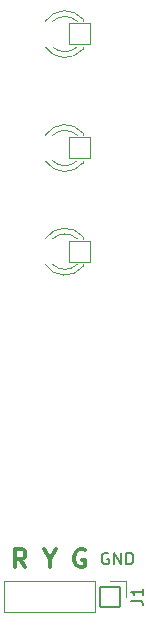
<source format=gto>
G04 #@! TF.GenerationSoftware,KiCad,Pcbnew,6.0.5-a6ca702e91~116~ubuntu20.04.1*
G04 #@! TF.CreationDate,2022-06-20T08:29:13+02:00*
G04 #@! TF.ProjectId,traffic_lights_vehicle,74726166-6669-4635-9f6c-69676874735f,1.0*
G04 #@! TF.SameCoordinates,Original*
G04 #@! TF.FileFunction,Legend,Top*
G04 #@! TF.FilePolarity,Positive*
%FSLAX46Y46*%
G04 Gerber Fmt 4.6, Leading zero omitted, Abs format (unit mm)*
G04 Created by KiCad (PCBNEW 6.0.5-a6ca702e91~116~ubuntu20.04.1) date 2022-06-20 08:29:13*
%MOMM*%
%LPD*%
G01*
G04 APERTURE LIST*
G04 Aperture macros list*
%AMRoundRect*
0 Rectangle with rounded corners*
0 $1 Rounding radius*
0 $2 $3 $4 $5 $6 $7 $8 $9 X,Y pos of 4 corners*
0 Add a 4 corners polygon primitive as box body*
4,1,4,$2,$3,$4,$5,$6,$7,$8,$9,$2,$3,0*
0 Add four circle primitives for the rounded corners*
1,1,$1+$1,$2,$3*
1,1,$1+$1,$4,$5*
1,1,$1+$1,$6,$7*
1,1,$1+$1,$8,$9*
0 Add four rect primitives between the rounded corners*
20,1,$1+$1,$2,$3,$4,$5,0*
20,1,$1+$1,$4,$5,$6,$7,0*
20,1,$1+$1,$6,$7,$8,$9,0*
20,1,$1+$1,$8,$9,$2,$3,0*%
G04 Aperture macros list end*
%ADD10C,0.200000*%
%ADD11C,0.300000*%
%ADD12C,0.150000*%
%ADD13C,0.120000*%
%ADD14RoundRect,0.051000X0.900000X0.900000X-0.900000X0.900000X-0.900000X-0.900000X0.900000X-0.900000X0*%
%ADD15C,1.902000*%
%ADD16RoundRect,0.051000X-0.850000X0.850000X-0.850000X-0.850000X0.850000X-0.850000X0.850000X0.850000X0*%
%ADD17O,1.802000X1.802000*%
%ADD18C,1.702000*%
%ADD19O,1.702000X1.702000*%
G04 APERTURE END LIST*
D10*
X114173095Y-94750000D02*
X114077857Y-94702380D01*
X113935000Y-94702380D01*
X113792142Y-94750000D01*
X113696904Y-94845238D01*
X113649285Y-94940476D01*
X113601666Y-95130952D01*
X113601666Y-95273809D01*
X113649285Y-95464285D01*
X113696904Y-95559523D01*
X113792142Y-95654761D01*
X113935000Y-95702380D01*
X114030238Y-95702380D01*
X114173095Y-95654761D01*
X114220714Y-95607142D01*
X114220714Y-95273809D01*
X114030238Y-95273809D01*
X114649285Y-95702380D02*
X114649285Y-94702380D01*
X115220714Y-95702380D01*
X115220714Y-94702380D01*
X115696904Y-95702380D02*
X115696904Y-94702380D01*
X115935000Y-94702380D01*
X116077857Y-94750000D01*
X116173095Y-94845238D01*
X116220714Y-94940476D01*
X116268333Y-95130952D01*
X116268333Y-95273809D01*
X116220714Y-95464285D01*
X116173095Y-95559523D01*
X116077857Y-95654761D01*
X115935000Y-95702380D01*
X115696904Y-95702380D01*
D11*
X107144285Y-95928571D02*
X106644285Y-95214285D01*
X106287142Y-95928571D02*
X106287142Y-94428571D01*
X106858571Y-94428571D01*
X107001428Y-94500000D01*
X107072857Y-94571428D01*
X107144285Y-94714285D01*
X107144285Y-94928571D01*
X107072857Y-95071428D01*
X107001428Y-95142857D01*
X106858571Y-95214285D01*
X106287142Y-95214285D01*
X112152857Y-94500000D02*
X112010000Y-94428571D01*
X111795714Y-94428571D01*
X111581428Y-94500000D01*
X111438571Y-94642857D01*
X111367142Y-94785714D01*
X111295714Y-95071428D01*
X111295714Y-95285714D01*
X111367142Y-95571428D01*
X111438571Y-95714285D01*
X111581428Y-95857142D01*
X111795714Y-95928571D01*
X111938571Y-95928571D01*
X112152857Y-95857142D01*
X112224285Y-95785714D01*
X112224285Y-95285714D01*
X111938571Y-95285714D01*
X109220000Y-95214285D02*
X109220000Y-95928571D01*
X108720000Y-94428571D02*
X109220000Y-95214285D01*
X109720000Y-94428571D01*
D12*
X116082380Y-98758333D02*
X116796666Y-98758333D01*
X116939523Y-98805952D01*
X117034761Y-98901190D01*
X117082380Y-99044047D01*
X117082380Y-99139285D01*
X117082380Y-97758333D02*
X117082380Y-98329761D01*
X117082380Y-98044047D02*
X116082380Y-98044047D01*
X116225238Y-98139285D01*
X116320476Y-98234523D01*
X116368095Y-98329761D01*
D13*
X112050000Y-52036000D02*
X112050000Y-51880000D01*
X112050000Y-49720000D02*
X112050000Y-49564000D01*
X109448870Y-51879837D02*
G75*
G03*
X111530961Y-51880000I1041130J1079837D01*
G01*
X111530961Y-49720000D02*
G75*
G03*
X109448870Y-49720163I-1040961J-1080000D01*
G01*
X108817665Y-51878608D02*
G75*
G03*
X112050000Y-52035516I1672335J1078608D01*
G01*
X112050000Y-49564484D02*
G75*
G03*
X108817665Y-49721392I-1560000J-1235516D01*
G01*
X112050000Y-59365000D02*
X112050000Y-59209000D01*
X112050000Y-61681000D02*
X112050000Y-61525000D01*
X112050000Y-59209484D02*
G75*
G03*
X108817665Y-59366392I-1560000J-1235516D01*
G01*
X111530961Y-59365000D02*
G75*
G03*
X109448870Y-59365163I-1040961J-1080000D01*
G01*
X108817665Y-61523608D02*
G75*
G03*
X112050000Y-61680516I1672335J1078608D01*
G01*
X109448870Y-61524837D02*
G75*
G03*
X111530961Y-61525000I1041130J1079837D01*
G01*
X112050000Y-68135000D02*
X112050000Y-67979000D01*
X112050000Y-70451000D02*
X112050000Y-70295000D01*
X108817665Y-70293608D02*
G75*
G03*
X112050000Y-70450516I1672335J1078608D01*
G01*
X112050000Y-67979484D02*
G75*
G03*
X108817665Y-68136392I-1560000J-1235516D01*
G01*
X111530961Y-68135000D02*
G75*
G03*
X109448870Y-68135163I-1040961J-1080000D01*
G01*
X109448870Y-70294837D02*
G75*
G03*
X111530961Y-70295000I1041130J1079837D01*
G01*
X115630000Y-97095000D02*
X115630000Y-98425000D01*
X114300000Y-97095000D02*
X115630000Y-97095000D01*
X105350000Y-97095000D02*
X105350000Y-99755000D01*
X113030000Y-99755000D02*
X105350000Y-99755000D01*
X113030000Y-97095000D02*
X105350000Y-97095000D01*
X113030000Y-97095000D02*
X113030000Y-99755000D01*
%LPC*%
D14*
X111760000Y-50800000D03*
D15*
X109220000Y-50800000D03*
D14*
X111760000Y-60445000D03*
D15*
X109220000Y-60445000D03*
D14*
X111760000Y-69215000D03*
D15*
X109220000Y-69215000D03*
D16*
X114300000Y-98425000D03*
D17*
X111760000Y-98425000D03*
X109220000Y-98425000D03*
X106680000Y-98425000D03*
D18*
X114300000Y-54610000D03*
D19*
X106680000Y-54610000D03*
D18*
X106680000Y-64135000D03*
D19*
X114300000Y-64135000D03*
D18*
X114300000Y-73025000D03*
D19*
X106680000Y-73025000D03*
M02*

</source>
